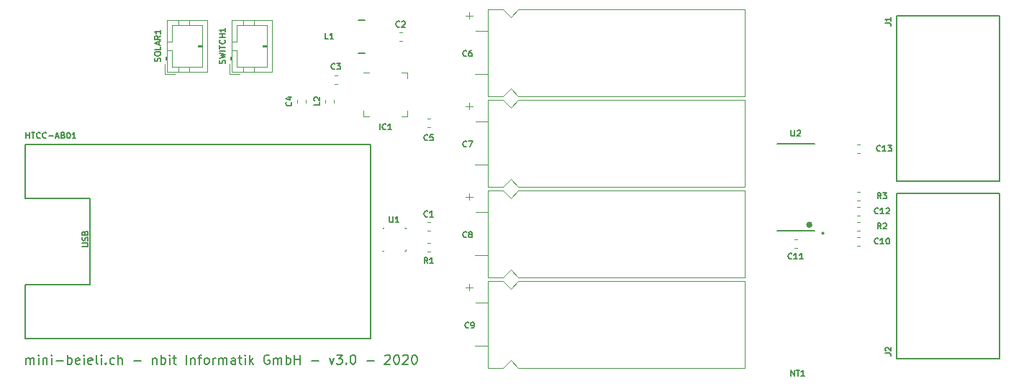
<source format=gto>
%TF.GenerationSoftware,KiCad,Pcbnew,5.1.6-1.fc32*%
%TF.CreationDate,2020-09-04T20:16:30+02:00*%
%TF.ProjectId,mini-beieli-pcb-cubecell,6d696e69-2d62-4656-9965-6c692d706362,rev?*%
%TF.SameCoordinates,Original*%
%TF.FileFunction,Legend,Top*%
%TF.FilePolarity,Positive*%
%FSLAX46Y46*%
G04 Gerber Fmt 4.6, Leading zero omitted, Abs format (unit mm)*
G04 Created by KiCad (PCBNEW 5.1.6-1.fc32) date 2020-09-04 20:16:30*
%MOMM*%
%LPD*%
G01*
G04 APERTURE LIST*
%ADD10C,0.200000*%
%ADD11C,0.127000*%
%ADD12C,0.100000*%
%ADD13C,0.120000*%
%ADD14C,0.300000*%
%ADD15C,0.152400*%
%ADD16C,0.150000*%
G04 APERTURE END LIST*
D10*
X42562952Y-77967619D02*
X42562952Y-77234285D01*
X42562952Y-77339047D02*
X42615333Y-77286666D01*
X42720095Y-77234285D01*
X42877238Y-77234285D01*
X42982000Y-77286666D01*
X43034380Y-77391428D01*
X43034380Y-77967619D01*
X43034380Y-77391428D02*
X43086761Y-77286666D01*
X43191523Y-77234285D01*
X43348666Y-77234285D01*
X43453428Y-77286666D01*
X43505809Y-77391428D01*
X43505809Y-77967619D01*
X44029619Y-77967619D02*
X44029619Y-77234285D01*
X44029619Y-76867619D02*
X43977238Y-76920000D01*
X44029619Y-76972380D01*
X44082000Y-76920000D01*
X44029619Y-76867619D01*
X44029619Y-76972380D01*
X44553428Y-77234285D02*
X44553428Y-77967619D01*
X44553428Y-77339047D02*
X44605809Y-77286666D01*
X44710571Y-77234285D01*
X44867714Y-77234285D01*
X44972476Y-77286666D01*
X45024857Y-77391428D01*
X45024857Y-77967619D01*
X45548666Y-77967619D02*
X45548666Y-77234285D01*
X45548666Y-76867619D02*
X45496285Y-76920000D01*
X45548666Y-76972380D01*
X45601047Y-76920000D01*
X45548666Y-76867619D01*
X45548666Y-76972380D01*
X46072476Y-77548571D02*
X46910571Y-77548571D01*
X47434380Y-77967619D02*
X47434380Y-76867619D01*
X47434380Y-77286666D02*
X47539142Y-77234285D01*
X47748666Y-77234285D01*
X47853428Y-77286666D01*
X47905809Y-77339047D01*
X47958190Y-77443809D01*
X47958190Y-77758095D01*
X47905809Y-77862857D01*
X47853428Y-77915238D01*
X47748666Y-77967619D01*
X47539142Y-77967619D01*
X47434380Y-77915238D01*
X48848666Y-77915238D02*
X48743904Y-77967619D01*
X48534380Y-77967619D01*
X48429619Y-77915238D01*
X48377238Y-77810476D01*
X48377238Y-77391428D01*
X48429619Y-77286666D01*
X48534380Y-77234285D01*
X48743904Y-77234285D01*
X48848666Y-77286666D01*
X48901047Y-77391428D01*
X48901047Y-77496190D01*
X48377238Y-77600952D01*
X49372476Y-77967619D02*
X49372476Y-77234285D01*
X49372476Y-76867619D02*
X49320095Y-76920000D01*
X49372476Y-76972380D01*
X49424857Y-76920000D01*
X49372476Y-76867619D01*
X49372476Y-76972380D01*
X50315333Y-77915238D02*
X50210571Y-77967619D01*
X50001047Y-77967619D01*
X49896285Y-77915238D01*
X49843904Y-77810476D01*
X49843904Y-77391428D01*
X49896285Y-77286666D01*
X50001047Y-77234285D01*
X50210571Y-77234285D01*
X50315333Y-77286666D01*
X50367714Y-77391428D01*
X50367714Y-77496190D01*
X49843904Y-77600952D01*
X50996285Y-77967619D02*
X50891523Y-77915238D01*
X50839142Y-77810476D01*
X50839142Y-76867619D01*
X51415333Y-77967619D02*
X51415333Y-77234285D01*
X51415333Y-76867619D02*
X51362952Y-76920000D01*
X51415333Y-76972380D01*
X51467714Y-76920000D01*
X51415333Y-76867619D01*
X51415333Y-76972380D01*
X51939142Y-77862857D02*
X51991523Y-77915238D01*
X51939142Y-77967619D01*
X51886761Y-77915238D01*
X51939142Y-77862857D01*
X51939142Y-77967619D01*
X52934380Y-77915238D02*
X52829619Y-77967619D01*
X52620095Y-77967619D01*
X52515333Y-77915238D01*
X52462952Y-77862857D01*
X52410571Y-77758095D01*
X52410571Y-77443809D01*
X52462952Y-77339047D01*
X52515333Y-77286666D01*
X52620095Y-77234285D01*
X52829619Y-77234285D01*
X52934380Y-77286666D01*
X53405809Y-77967619D02*
X53405809Y-76867619D01*
X53877238Y-77967619D02*
X53877238Y-77391428D01*
X53824857Y-77286666D01*
X53720095Y-77234285D01*
X53562952Y-77234285D01*
X53458190Y-77286666D01*
X53405809Y-77339047D01*
X55239142Y-77548571D02*
X56077238Y-77548571D01*
X57439142Y-77234285D02*
X57439142Y-77967619D01*
X57439142Y-77339047D02*
X57491523Y-77286666D01*
X57596285Y-77234285D01*
X57753428Y-77234285D01*
X57858190Y-77286666D01*
X57910571Y-77391428D01*
X57910571Y-77967619D01*
X58434380Y-77967619D02*
X58434380Y-76867619D01*
X58434380Y-77286666D02*
X58539142Y-77234285D01*
X58748666Y-77234285D01*
X58853428Y-77286666D01*
X58905809Y-77339047D01*
X58958190Y-77443809D01*
X58958190Y-77758095D01*
X58905809Y-77862857D01*
X58853428Y-77915238D01*
X58748666Y-77967619D01*
X58539142Y-77967619D01*
X58434380Y-77915238D01*
X59429619Y-77967619D02*
X59429619Y-77234285D01*
X59429619Y-76867619D02*
X59377238Y-76920000D01*
X59429619Y-76972380D01*
X59482000Y-76920000D01*
X59429619Y-76867619D01*
X59429619Y-76972380D01*
X59796285Y-77234285D02*
X60215333Y-77234285D01*
X59953428Y-76867619D02*
X59953428Y-77810476D01*
X60005809Y-77915238D01*
X60110571Y-77967619D01*
X60215333Y-77967619D01*
X61420095Y-77967619D02*
X61420095Y-76867619D01*
X61943904Y-77234285D02*
X61943904Y-77967619D01*
X61943904Y-77339047D02*
X61996285Y-77286666D01*
X62101047Y-77234285D01*
X62258190Y-77234285D01*
X62362952Y-77286666D01*
X62415333Y-77391428D01*
X62415333Y-77967619D01*
X62782000Y-77234285D02*
X63201047Y-77234285D01*
X62939142Y-77967619D02*
X62939142Y-77024761D01*
X62991523Y-76920000D01*
X63096285Y-76867619D01*
X63201047Y-76867619D01*
X63724857Y-77967619D02*
X63620095Y-77915238D01*
X63567714Y-77862857D01*
X63515333Y-77758095D01*
X63515333Y-77443809D01*
X63567714Y-77339047D01*
X63620095Y-77286666D01*
X63724857Y-77234285D01*
X63882000Y-77234285D01*
X63986761Y-77286666D01*
X64039142Y-77339047D01*
X64091523Y-77443809D01*
X64091523Y-77758095D01*
X64039142Y-77862857D01*
X63986761Y-77915238D01*
X63882000Y-77967619D01*
X63724857Y-77967619D01*
X64562952Y-77967619D02*
X64562952Y-77234285D01*
X64562952Y-77443809D02*
X64615333Y-77339047D01*
X64667714Y-77286666D01*
X64772476Y-77234285D01*
X64877238Y-77234285D01*
X65243904Y-77967619D02*
X65243904Y-77234285D01*
X65243904Y-77339047D02*
X65296285Y-77286666D01*
X65401047Y-77234285D01*
X65558190Y-77234285D01*
X65662952Y-77286666D01*
X65715333Y-77391428D01*
X65715333Y-77967619D01*
X65715333Y-77391428D02*
X65767714Y-77286666D01*
X65872476Y-77234285D01*
X66029619Y-77234285D01*
X66134380Y-77286666D01*
X66186761Y-77391428D01*
X66186761Y-77967619D01*
X67182000Y-77967619D02*
X67182000Y-77391428D01*
X67129619Y-77286666D01*
X67024857Y-77234285D01*
X66815333Y-77234285D01*
X66710571Y-77286666D01*
X67182000Y-77915238D02*
X67077238Y-77967619D01*
X66815333Y-77967619D01*
X66710571Y-77915238D01*
X66658190Y-77810476D01*
X66658190Y-77705714D01*
X66710571Y-77600952D01*
X66815333Y-77548571D01*
X67077238Y-77548571D01*
X67182000Y-77496190D01*
X67548666Y-77234285D02*
X67967714Y-77234285D01*
X67705809Y-76867619D02*
X67705809Y-77810476D01*
X67758190Y-77915238D01*
X67862952Y-77967619D01*
X67967714Y-77967619D01*
X68334380Y-77967619D02*
X68334380Y-77234285D01*
X68334380Y-76867619D02*
X68282000Y-76920000D01*
X68334380Y-76972380D01*
X68386761Y-76920000D01*
X68334380Y-76867619D01*
X68334380Y-76972380D01*
X68858190Y-77967619D02*
X68858190Y-76867619D01*
X68962952Y-77548571D02*
X69277238Y-77967619D01*
X69277238Y-77234285D02*
X68858190Y-77653333D01*
X71162952Y-76920000D02*
X71058190Y-76867619D01*
X70901047Y-76867619D01*
X70743904Y-76920000D01*
X70639142Y-77024761D01*
X70586761Y-77129523D01*
X70534380Y-77339047D01*
X70534380Y-77496190D01*
X70586761Y-77705714D01*
X70639142Y-77810476D01*
X70743904Y-77915238D01*
X70901047Y-77967619D01*
X71005809Y-77967619D01*
X71162952Y-77915238D01*
X71215333Y-77862857D01*
X71215333Y-77496190D01*
X71005809Y-77496190D01*
X71686761Y-77967619D02*
X71686761Y-77234285D01*
X71686761Y-77339047D02*
X71739142Y-77286666D01*
X71843904Y-77234285D01*
X72001047Y-77234285D01*
X72105809Y-77286666D01*
X72158190Y-77391428D01*
X72158190Y-77967619D01*
X72158190Y-77391428D02*
X72210571Y-77286666D01*
X72315333Y-77234285D01*
X72472476Y-77234285D01*
X72577238Y-77286666D01*
X72629619Y-77391428D01*
X72629619Y-77967619D01*
X73153428Y-77967619D02*
X73153428Y-76867619D01*
X73153428Y-77286666D02*
X73258190Y-77234285D01*
X73467714Y-77234285D01*
X73572476Y-77286666D01*
X73624857Y-77339047D01*
X73677238Y-77443809D01*
X73677238Y-77758095D01*
X73624857Y-77862857D01*
X73572476Y-77915238D01*
X73467714Y-77967619D01*
X73258190Y-77967619D01*
X73153428Y-77915238D01*
X74148666Y-77967619D02*
X74148666Y-76867619D01*
X74148666Y-77391428D02*
X74777238Y-77391428D01*
X74777238Y-77967619D02*
X74777238Y-76867619D01*
X76139142Y-77548571D02*
X76977238Y-77548571D01*
X78234380Y-77234285D02*
X78496285Y-77967619D01*
X78758190Y-77234285D01*
X79072476Y-76867619D02*
X79753428Y-76867619D01*
X79386761Y-77286666D01*
X79543904Y-77286666D01*
X79648666Y-77339047D01*
X79701047Y-77391428D01*
X79753428Y-77496190D01*
X79753428Y-77758095D01*
X79701047Y-77862857D01*
X79648666Y-77915238D01*
X79543904Y-77967619D01*
X79229619Y-77967619D01*
X79124857Y-77915238D01*
X79072476Y-77862857D01*
X80224857Y-77862857D02*
X80277238Y-77915238D01*
X80224857Y-77967619D01*
X80172476Y-77915238D01*
X80224857Y-77862857D01*
X80224857Y-77967619D01*
X80958190Y-76867619D02*
X81062952Y-76867619D01*
X81167714Y-76920000D01*
X81220095Y-76972380D01*
X81272476Y-77077142D01*
X81324857Y-77286666D01*
X81324857Y-77548571D01*
X81272476Y-77758095D01*
X81220095Y-77862857D01*
X81167714Y-77915238D01*
X81062952Y-77967619D01*
X80958190Y-77967619D01*
X80853428Y-77915238D01*
X80801047Y-77862857D01*
X80748666Y-77758095D01*
X80696285Y-77548571D01*
X80696285Y-77286666D01*
X80748666Y-77077142D01*
X80801047Y-76972380D01*
X80853428Y-76920000D01*
X80958190Y-76867619D01*
X82634380Y-77548571D02*
X83472476Y-77548571D01*
X84782000Y-76972380D02*
X84834380Y-76920000D01*
X84939142Y-76867619D01*
X85201047Y-76867619D01*
X85305809Y-76920000D01*
X85358190Y-76972380D01*
X85410571Y-77077142D01*
X85410571Y-77181904D01*
X85358190Y-77339047D01*
X84729619Y-77967619D01*
X85410571Y-77967619D01*
X86091523Y-76867619D02*
X86196285Y-76867619D01*
X86301047Y-76920000D01*
X86353428Y-76972380D01*
X86405809Y-77077142D01*
X86458190Y-77286666D01*
X86458190Y-77548571D01*
X86405809Y-77758095D01*
X86353428Y-77862857D01*
X86301047Y-77915238D01*
X86196285Y-77967619D01*
X86091523Y-77967619D01*
X85986761Y-77915238D01*
X85934380Y-77862857D01*
X85882000Y-77758095D01*
X85829619Y-77548571D01*
X85829619Y-77286666D01*
X85882000Y-77077142D01*
X85934380Y-76972380D01*
X85986761Y-76920000D01*
X86091523Y-76867619D01*
X86877238Y-76972380D02*
X86929619Y-76920000D01*
X87034380Y-76867619D01*
X87296285Y-76867619D01*
X87401047Y-76920000D01*
X87453428Y-76972380D01*
X87505809Y-77077142D01*
X87505809Y-77181904D01*
X87453428Y-77339047D01*
X86824857Y-77967619D01*
X87505809Y-77967619D01*
X88186761Y-76867619D02*
X88291523Y-76867619D01*
X88396285Y-76920000D01*
X88448666Y-76972380D01*
X88501047Y-77077142D01*
X88553428Y-77286666D01*
X88553428Y-77548571D01*
X88501047Y-77758095D01*
X88448666Y-77862857D01*
X88396285Y-77915238D01*
X88291523Y-77967619D01*
X88186761Y-77967619D01*
X88082000Y-77915238D01*
X88029619Y-77862857D01*
X87977238Y-77758095D01*
X87924857Y-77548571D01*
X87924857Y-77286666D01*
X87977238Y-77077142D01*
X88029619Y-76972380D01*
X88082000Y-76920000D01*
X88186761Y-76867619D01*
D11*
%TO.C,HTCC-AB01*%
X83058000Y-74930000D02*
X83058000Y-52070000D01*
X83058000Y-52070000D02*
X42418000Y-52070000D01*
X42418000Y-68580000D02*
X42418000Y-74930000D01*
X42418000Y-58420000D02*
X50038000Y-58420000D01*
X50038000Y-58420000D02*
X50038000Y-68580000D01*
X42418000Y-74930000D02*
X83058000Y-74930000D01*
X50038000Y-68580000D02*
X42418000Y-68580000D01*
X42418000Y-52070000D02*
X42418000Y-58420000D01*
%TO.C,J2*%
X144995000Y-57865000D02*
X157045000Y-57865000D01*
X144995000Y-77365000D02*
X144995000Y-57865000D01*
X157045000Y-77365000D02*
X144995000Y-77365000D01*
X157045000Y-57865000D02*
X157045000Y-77365000D01*
D12*
%TO.C,U1*%
X87212000Y-64596000D02*
X87212000Y-64446000D01*
X87202000Y-64596000D02*
X87052000Y-64596000D01*
X87202000Y-61896000D02*
X87052000Y-61896000D01*
X87202000Y-61896000D02*
X87202000Y-62046000D01*
X84502000Y-62046000D02*
X84502000Y-61896000D01*
X84502000Y-61896000D02*
X84652000Y-61896000D01*
X84652000Y-64596000D02*
X84402000Y-64596000D01*
D13*
%TO.C,R1*%
X89753221Y-63722000D02*
X90078779Y-63722000D01*
X89753221Y-64742000D02*
X90078779Y-64742000D01*
%TO.C,C1*%
X89753221Y-61212000D02*
X90078779Y-61212000D01*
X89753221Y-62232000D02*
X90078779Y-62232000D01*
%TO.C,C9*%
X94280000Y-68906000D02*
X95080000Y-68906000D01*
X94680000Y-68506000D02*
X94680000Y-69306000D01*
X96860000Y-68186000D02*
X96860000Y-78426000D01*
X127100000Y-68186000D02*
X127100000Y-78426000D01*
X96860000Y-68186000D02*
X98660000Y-68186000D01*
X98660000Y-68186000D02*
X99560000Y-69086000D01*
X99560000Y-69086000D02*
X100460000Y-68186000D01*
X100460000Y-68186000D02*
X127100000Y-68186000D01*
X96860000Y-78426000D02*
X98660000Y-78426000D01*
X98660000Y-78426000D02*
X99560000Y-77526000D01*
X99560000Y-77526000D02*
X100460000Y-78426000D01*
X100460000Y-78426000D02*
X127100000Y-78426000D01*
X95420000Y-70766000D02*
X96860000Y-70766000D01*
X95400000Y-75846000D02*
X96840000Y-75846000D01*
%TO.C,C8*%
X94280000Y-58238000D02*
X95080000Y-58238000D01*
X94680000Y-57838000D02*
X94680000Y-58638000D01*
X96860000Y-57518000D02*
X96860000Y-67758000D01*
X127100000Y-57518000D02*
X127100000Y-67758000D01*
X96860000Y-57518000D02*
X98660000Y-57518000D01*
X98660000Y-57518000D02*
X99560000Y-58418000D01*
X99560000Y-58418000D02*
X100460000Y-57518000D01*
X100460000Y-57518000D02*
X127100000Y-57518000D01*
X96860000Y-67758000D02*
X98660000Y-67758000D01*
X98660000Y-67758000D02*
X99560000Y-66858000D01*
X99560000Y-66858000D02*
X100460000Y-67758000D01*
X100460000Y-67758000D02*
X127100000Y-67758000D01*
X95420000Y-60098000D02*
X96860000Y-60098000D01*
X95400000Y-65178000D02*
X96840000Y-65178000D01*
%TO.C,C7*%
X94280000Y-47570000D02*
X95080000Y-47570000D01*
X94680000Y-47170000D02*
X94680000Y-47970000D01*
X96860000Y-46850000D02*
X96860000Y-57090000D01*
X127100000Y-46850000D02*
X127100000Y-57090000D01*
X96860000Y-46850000D02*
X98660000Y-46850000D01*
X98660000Y-46850000D02*
X99560000Y-47750000D01*
X99560000Y-47750000D02*
X100460000Y-46850000D01*
X100460000Y-46850000D02*
X127100000Y-46850000D01*
X96860000Y-57090000D02*
X98660000Y-57090000D01*
X98660000Y-57090000D02*
X99560000Y-56190000D01*
X99560000Y-56190000D02*
X100460000Y-57090000D01*
X100460000Y-57090000D02*
X127100000Y-57090000D01*
X95420000Y-49430000D02*
X96860000Y-49430000D01*
X95400000Y-54510000D02*
X96840000Y-54510000D01*
%TO.C,C6*%
X94280000Y-36902000D02*
X95080000Y-36902000D01*
X94680000Y-36502000D02*
X94680000Y-37302000D01*
X96860000Y-36182000D02*
X96860000Y-46422000D01*
X127100000Y-36182000D02*
X127100000Y-46422000D01*
X96860000Y-36182000D02*
X98660000Y-36182000D01*
X98660000Y-36182000D02*
X99560000Y-37082000D01*
X99560000Y-37082000D02*
X100460000Y-36182000D01*
X100460000Y-36182000D02*
X127100000Y-36182000D01*
X96860000Y-46422000D02*
X98660000Y-46422000D01*
X98660000Y-46422000D02*
X99560000Y-45522000D01*
X99560000Y-45522000D02*
X100460000Y-46422000D01*
X100460000Y-46422000D02*
X127100000Y-46422000D01*
X95420000Y-38762000D02*
X96860000Y-38762000D01*
X95400000Y-43842000D02*
X96840000Y-43842000D01*
%TO.C,L2*%
X77722000Y-47152779D02*
X77722000Y-46827221D01*
X78742000Y-47152779D02*
X78742000Y-46827221D01*
D11*
%TO.C,L1*%
X82442000Y-41320000D02*
X81642000Y-41320000D01*
X82442000Y-37420000D02*
X81642000Y-37420000D01*
D14*
%TO.C,U2*%
X134896000Y-61550000D02*
G75*
G03*
X134896000Y-61550000I-200000J0D01*
G01*
D10*
X136396000Y-62550000D02*
G75*
G03*
X136396000Y-62550000I-100000J0D01*
G01*
X130896000Y-52000000D02*
X135296000Y-52000000D01*
X135296000Y-62300000D02*
X130896000Y-62300000D01*
D13*
%TO.C,SWITCH1*%
X66770000Y-43540000D02*
X71490000Y-43540000D01*
X71490000Y-43540000D02*
X71490000Y-37420000D01*
X71490000Y-37420000D02*
X66770000Y-37420000D01*
X66770000Y-37420000D02*
X66770000Y-43540000D01*
X66770000Y-41780000D02*
X66570000Y-41780000D01*
X66570000Y-41780000D02*
X66570000Y-42080000D01*
X66570000Y-42080000D02*
X66770000Y-42080000D01*
X66670000Y-41780000D02*
X66670000Y-42080000D01*
X66770000Y-40980000D02*
X67380000Y-40980000D01*
X67380000Y-40980000D02*
X67380000Y-42930000D01*
X67380000Y-42930000D02*
X70880000Y-42930000D01*
X70880000Y-42930000D02*
X70880000Y-38030000D01*
X70880000Y-38030000D02*
X67380000Y-38030000D01*
X67380000Y-38030000D02*
X67380000Y-39980000D01*
X67380000Y-39980000D02*
X66770000Y-39980000D01*
X68080000Y-43540000D02*
X68080000Y-42930000D01*
X69380000Y-43540000D02*
X69380000Y-42930000D01*
X68080000Y-37420000D02*
X68080000Y-38030000D01*
X69380000Y-37420000D02*
X69380000Y-38030000D01*
X70880000Y-40580000D02*
X70380000Y-40580000D01*
X70380000Y-40580000D02*
X70380000Y-40380000D01*
X70380000Y-40380000D02*
X70880000Y-40380000D01*
X70880000Y-40480000D02*
X70380000Y-40480000D01*
X66470000Y-42590000D02*
X66470000Y-43840000D01*
X66470000Y-43840000D02*
X67720000Y-43840000D01*
%TO.C,SOLAR1*%
X59150000Y-43540000D02*
X63870000Y-43540000D01*
X63870000Y-43540000D02*
X63870000Y-37420000D01*
X63870000Y-37420000D02*
X59150000Y-37420000D01*
X59150000Y-37420000D02*
X59150000Y-43540000D01*
X59150000Y-41780000D02*
X58950000Y-41780000D01*
X58950000Y-41780000D02*
X58950000Y-42080000D01*
X58950000Y-42080000D02*
X59150000Y-42080000D01*
X59050000Y-41780000D02*
X59050000Y-42080000D01*
X59150000Y-40980000D02*
X59760000Y-40980000D01*
X59760000Y-40980000D02*
X59760000Y-42930000D01*
X59760000Y-42930000D02*
X63260000Y-42930000D01*
X63260000Y-42930000D02*
X63260000Y-38030000D01*
X63260000Y-38030000D02*
X59760000Y-38030000D01*
X59760000Y-38030000D02*
X59760000Y-39980000D01*
X59760000Y-39980000D02*
X59150000Y-39980000D01*
X60460000Y-43540000D02*
X60460000Y-42930000D01*
X61760000Y-43540000D02*
X61760000Y-42930000D01*
X60460000Y-37420000D02*
X60460000Y-38030000D01*
X61760000Y-37420000D02*
X61760000Y-38030000D01*
X63260000Y-40580000D02*
X62760000Y-40580000D01*
X62760000Y-40580000D02*
X62760000Y-40380000D01*
X62760000Y-40380000D02*
X63260000Y-40380000D01*
X63260000Y-40480000D02*
X62760000Y-40480000D01*
X58850000Y-42590000D02*
X58850000Y-43840000D01*
X58850000Y-43840000D02*
X60100000Y-43840000D01*
%TO.C,R3*%
X140299221Y-57656000D02*
X140624779Y-57656000D01*
X140299221Y-58676000D02*
X140624779Y-58676000D01*
%TO.C,R2*%
X140299221Y-61212000D02*
X140624779Y-61212000D01*
X140299221Y-62232000D02*
X140624779Y-62232000D01*
D11*
%TO.C,J1*%
X144995000Y-36910000D02*
X157045000Y-36910000D01*
X144995000Y-56410000D02*
X144995000Y-36910000D01*
X157045000Y-56410000D02*
X144995000Y-56410000D01*
X157045000Y-36910000D02*
X157045000Y-56410000D01*
D13*
%TO.C,IC1*%
X86721000Y-43618000D02*
X87446000Y-43618000D01*
X87446000Y-43618000D02*
X87446000Y-44343000D01*
X82951000Y-48838000D02*
X82226000Y-48838000D01*
X82226000Y-48838000D02*
X82226000Y-48113000D01*
X86721000Y-48838000D02*
X87446000Y-48838000D01*
X87446000Y-48838000D02*
X87446000Y-48113000D01*
X82951000Y-43618000D02*
X82226000Y-43618000D01*
%TO.C,C13*%
X140299221Y-52068000D02*
X140624779Y-52068000D01*
X140299221Y-53088000D02*
X140624779Y-53088000D01*
%TO.C,C12*%
X140299221Y-59434000D02*
X140624779Y-59434000D01*
X140299221Y-60454000D02*
X140624779Y-60454000D01*
%TO.C,C11*%
X132933221Y-63244000D02*
X133258779Y-63244000D01*
X132933221Y-64264000D02*
X133258779Y-64264000D01*
%TO.C,C10*%
X140299221Y-62990000D02*
X140624779Y-62990000D01*
X140299221Y-64010000D02*
X140624779Y-64010000D01*
%TO.C,C5*%
X89753221Y-49020000D02*
X90078779Y-49020000D01*
X89753221Y-50040000D02*
X90078779Y-50040000D01*
%TO.C,C4*%
X74420000Y-47152779D02*
X74420000Y-46827221D01*
X75440000Y-47152779D02*
X75440000Y-46827221D01*
%TO.C,C3*%
X79156779Y-44960000D02*
X78831221Y-44960000D01*
X79156779Y-43940000D02*
X78831221Y-43940000D01*
%TO.C,C2*%
X86451221Y-38860000D02*
X86776779Y-38860000D01*
X86451221Y-39880000D02*
X86776779Y-39880000D01*
%TO.C,HTCC-AB01*%
D11*
X42549333Y-51370666D02*
X42549333Y-50670666D01*
X42549333Y-51004000D02*
X42949333Y-51004000D01*
X42949333Y-51370666D02*
X42949333Y-50670666D01*
X43182666Y-50670666D02*
X43582666Y-50670666D01*
X43382666Y-51370666D02*
X43382666Y-50670666D01*
X44216000Y-51304000D02*
X44182666Y-51337333D01*
X44082666Y-51370666D01*
X44016000Y-51370666D01*
X43916000Y-51337333D01*
X43849333Y-51270666D01*
X43816000Y-51204000D01*
X43782666Y-51070666D01*
X43782666Y-50970666D01*
X43816000Y-50837333D01*
X43849333Y-50770666D01*
X43916000Y-50704000D01*
X44016000Y-50670666D01*
X44082666Y-50670666D01*
X44182666Y-50704000D01*
X44216000Y-50737333D01*
X44916000Y-51304000D02*
X44882666Y-51337333D01*
X44782666Y-51370666D01*
X44716000Y-51370666D01*
X44616000Y-51337333D01*
X44549333Y-51270666D01*
X44516000Y-51204000D01*
X44482666Y-51070666D01*
X44482666Y-50970666D01*
X44516000Y-50837333D01*
X44549333Y-50770666D01*
X44616000Y-50704000D01*
X44716000Y-50670666D01*
X44782666Y-50670666D01*
X44882666Y-50704000D01*
X44916000Y-50737333D01*
X45216000Y-51104000D02*
X45749333Y-51104000D01*
X46049333Y-51170666D02*
X46382666Y-51170666D01*
X45982666Y-51370666D02*
X46216000Y-50670666D01*
X46449333Y-51370666D01*
X46916000Y-51004000D02*
X47016000Y-51037333D01*
X47049333Y-51070666D01*
X47082666Y-51137333D01*
X47082666Y-51237333D01*
X47049333Y-51304000D01*
X47016000Y-51337333D01*
X46949333Y-51370666D01*
X46682666Y-51370666D01*
X46682666Y-50670666D01*
X46916000Y-50670666D01*
X46982666Y-50704000D01*
X47016000Y-50737333D01*
X47049333Y-50804000D01*
X47049333Y-50870666D01*
X47016000Y-50937333D01*
X46982666Y-50970666D01*
X46916000Y-51004000D01*
X46682666Y-51004000D01*
X47516000Y-50670666D02*
X47582666Y-50670666D01*
X47649333Y-50704000D01*
X47682666Y-50737333D01*
X47716000Y-50804000D01*
X47749333Y-50937333D01*
X47749333Y-51104000D01*
X47716000Y-51237333D01*
X47682666Y-51304000D01*
X47649333Y-51337333D01*
X47582666Y-51370666D01*
X47516000Y-51370666D01*
X47449333Y-51337333D01*
X47416000Y-51304000D01*
X47382666Y-51237333D01*
X47349333Y-51104000D01*
X47349333Y-50937333D01*
X47382666Y-50804000D01*
X47416000Y-50737333D01*
X47449333Y-50704000D01*
X47516000Y-50670666D01*
X48416000Y-51370666D02*
X48016000Y-51370666D01*
X48216000Y-51370666D02*
X48216000Y-50670666D01*
X48149333Y-50770666D01*
X48082666Y-50837333D01*
X48016000Y-50870666D01*
D15*
X49146666Y-64129333D02*
X49713333Y-64129333D01*
X49780000Y-64096000D01*
X49813333Y-64062666D01*
X49846666Y-63996000D01*
X49846666Y-63862666D01*
X49813333Y-63796000D01*
X49780000Y-63762666D01*
X49713333Y-63729333D01*
X49146666Y-63729333D01*
X49813333Y-63429333D02*
X49846666Y-63329333D01*
X49846666Y-63162666D01*
X49813333Y-63096000D01*
X49780000Y-63062666D01*
X49713333Y-63029333D01*
X49646666Y-63029333D01*
X49580000Y-63062666D01*
X49546666Y-63096000D01*
X49513333Y-63162666D01*
X49480000Y-63296000D01*
X49446666Y-63362666D01*
X49413333Y-63396000D01*
X49346666Y-63429333D01*
X49280000Y-63429333D01*
X49213333Y-63396000D01*
X49180000Y-63362666D01*
X49146666Y-63296000D01*
X49146666Y-63129333D01*
X49180000Y-63029333D01*
X49480000Y-62496000D02*
X49513333Y-62396000D01*
X49546666Y-62362666D01*
X49613333Y-62329333D01*
X49713333Y-62329333D01*
X49780000Y-62362666D01*
X49813333Y-62396000D01*
X49846666Y-62462666D01*
X49846666Y-62729333D01*
X49146666Y-62729333D01*
X49146666Y-62496000D01*
X49180000Y-62429333D01*
X49213333Y-62396000D01*
X49280000Y-62362666D01*
X49346666Y-62362666D01*
X49413333Y-62396000D01*
X49446666Y-62429333D01*
X49480000Y-62496000D01*
X49480000Y-62729333D01*
%TO.C,J2*%
D16*
X143634666Y-76687333D02*
X144134666Y-76687333D01*
X144234666Y-76720666D01*
X144301333Y-76787333D01*
X144334666Y-76887333D01*
X144334666Y-76954000D01*
X143701333Y-76387333D02*
X143668000Y-76354000D01*
X143634666Y-76287333D01*
X143634666Y-76120666D01*
X143668000Y-76054000D01*
X143701333Y-76020666D01*
X143768000Y-75987333D01*
X143834666Y-75987333D01*
X143934666Y-76020666D01*
X144334666Y-76420666D01*
X144334666Y-75987333D01*
%TO.C,U1*%
X85318666Y-60576666D02*
X85318666Y-61143333D01*
X85352000Y-61210000D01*
X85385333Y-61243333D01*
X85452000Y-61276666D01*
X85585333Y-61276666D01*
X85652000Y-61243333D01*
X85685333Y-61210000D01*
X85718666Y-61143333D01*
X85718666Y-60576666D01*
X86418666Y-61276666D02*
X86018666Y-61276666D01*
X86218666Y-61276666D02*
X86218666Y-60576666D01*
X86152000Y-60676666D01*
X86085333Y-60743333D01*
X86018666Y-60776666D01*
%TO.C,R1*%
X89799333Y-66102666D02*
X89566000Y-65769333D01*
X89399333Y-66102666D02*
X89399333Y-65402666D01*
X89666000Y-65402666D01*
X89732666Y-65436000D01*
X89766000Y-65469333D01*
X89799333Y-65536000D01*
X89799333Y-65636000D01*
X89766000Y-65702666D01*
X89732666Y-65736000D01*
X89666000Y-65769333D01*
X89399333Y-65769333D01*
X90466000Y-66102666D02*
X90066000Y-66102666D01*
X90266000Y-66102666D02*
X90266000Y-65402666D01*
X90199333Y-65502666D01*
X90132666Y-65569333D01*
X90066000Y-65602666D01*
%TO.C,C1*%
X89799333Y-60542000D02*
X89766000Y-60575333D01*
X89666000Y-60608666D01*
X89599333Y-60608666D01*
X89499333Y-60575333D01*
X89432666Y-60508666D01*
X89399333Y-60442000D01*
X89366000Y-60308666D01*
X89366000Y-60208666D01*
X89399333Y-60075333D01*
X89432666Y-60008666D01*
X89499333Y-59942000D01*
X89599333Y-59908666D01*
X89666000Y-59908666D01*
X89766000Y-59942000D01*
X89799333Y-59975333D01*
X90466000Y-60608666D02*
X90066000Y-60608666D01*
X90266000Y-60608666D02*
X90266000Y-59908666D01*
X90199333Y-60008666D01*
X90132666Y-60075333D01*
X90066000Y-60108666D01*
%TO.C,C9*%
X94625333Y-73656000D02*
X94592000Y-73689333D01*
X94492000Y-73722666D01*
X94425333Y-73722666D01*
X94325333Y-73689333D01*
X94258666Y-73622666D01*
X94225333Y-73556000D01*
X94192000Y-73422666D01*
X94192000Y-73322666D01*
X94225333Y-73189333D01*
X94258666Y-73122666D01*
X94325333Y-73056000D01*
X94425333Y-73022666D01*
X94492000Y-73022666D01*
X94592000Y-73056000D01*
X94625333Y-73089333D01*
X94958666Y-73722666D02*
X95092000Y-73722666D01*
X95158666Y-73689333D01*
X95192000Y-73656000D01*
X95258666Y-73556000D01*
X95292000Y-73422666D01*
X95292000Y-73156000D01*
X95258666Y-73089333D01*
X95225333Y-73056000D01*
X95158666Y-73022666D01*
X95025333Y-73022666D01*
X94958666Y-73056000D01*
X94925333Y-73089333D01*
X94892000Y-73156000D01*
X94892000Y-73322666D01*
X94925333Y-73389333D01*
X94958666Y-73422666D01*
X95025333Y-73456000D01*
X95158666Y-73456000D01*
X95225333Y-73422666D01*
X95258666Y-73389333D01*
X95292000Y-73322666D01*
%TO.C,C8*%
X94371333Y-62988000D02*
X94338000Y-63021333D01*
X94238000Y-63054666D01*
X94171333Y-63054666D01*
X94071333Y-63021333D01*
X94004666Y-62954666D01*
X93971333Y-62888000D01*
X93938000Y-62754666D01*
X93938000Y-62654666D01*
X93971333Y-62521333D01*
X94004666Y-62454666D01*
X94071333Y-62388000D01*
X94171333Y-62354666D01*
X94238000Y-62354666D01*
X94338000Y-62388000D01*
X94371333Y-62421333D01*
X94771333Y-62654666D02*
X94704666Y-62621333D01*
X94671333Y-62588000D01*
X94638000Y-62521333D01*
X94638000Y-62488000D01*
X94671333Y-62421333D01*
X94704666Y-62388000D01*
X94771333Y-62354666D01*
X94904666Y-62354666D01*
X94971333Y-62388000D01*
X95004666Y-62421333D01*
X95038000Y-62488000D01*
X95038000Y-62521333D01*
X95004666Y-62588000D01*
X94971333Y-62621333D01*
X94904666Y-62654666D01*
X94771333Y-62654666D01*
X94704666Y-62688000D01*
X94671333Y-62721333D01*
X94638000Y-62788000D01*
X94638000Y-62921333D01*
X94671333Y-62988000D01*
X94704666Y-63021333D01*
X94771333Y-63054666D01*
X94904666Y-63054666D01*
X94971333Y-63021333D01*
X95004666Y-62988000D01*
X95038000Y-62921333D01*
X95038000Y-62788000D01*
X95004666Y-62721333D01*
X94971333Y-62688000D01*
X94904666Y-62654666D01*
%TO.C,C7*%
X94371333Y-52320000D02*
X94338000Y-52353333D01*
X94238000Y-52386666D01*
X94171333Y-52386666D01*
X94071333Y-52353333D01*
X94004666Y-52286666D01*
X93971333Y-52220000D01*
X93938000Y-52086666D01*
X93938000Y-51986666D01*
X93971333Y-51853333D01*
X94004666Y-51786666D01*
X94071333Y-51720000D01*
X94171333Y-51686666D01*
X94238000Y-51686666D01*
X94338000Y-51720000D01*
X94371333Y-51753333D01*
X94604666Y-51686666D02*
X95071333Y-51686666D01*
X94771333Y-52386666D01*
%TO.C,C6*%
X94371333Y-41652000D02*
X94338000Y-41685333D01*
X94238000Y-41718666D01*
X94171333Y-41718666D01*
X94071333Y-41685333D01*
X94004666Y-41618666D01*
X93971333Y-41552000D01*
X93938000Y-41418666D01*
X93938000Y-41318666D01*
X93971333Y-41185333D01*
X94004666Y-41118666D01*
X94071333Y-41052000D01*
X94171333Y-41018666D01*
X94238000Y-41018666D01*
X94338000Y-41052000D01*
X94371333Y-41085333D01*
X94971333Y-41018666D02*
X94838000Y-41018666D01*
X94771333Y-41052000D01*
X94738000Y-41085333D01*
X94671333Y-41185333D01*
X94638000Y-41318666D01*
X94638000Y-41585333D01*
X94671333Y-41652000D01*
X94704666Y-41685333D01*
X94771333Y-41718666D01*
X94904666Y-41718666D01*
X94971333Y-41685333D01*
X95004666Y-41652000D01*
X95038000Y-41585333D01*
X95038000Y-41418666D01*
X95004666Y-41352000D01*
X94971333Y-41318666D01*
X94904666Y-41285333D01*
X94771333Y-41285333D01*
X94704666Y-41318666D01*
X94671333Y-41352000D01*
X94638000Y-41418666D01*
%TO.C,L2*%
X77118666Y-47106666D02*
X77118666Y-47440000D01*
X76418666Y-47440000D01*
X76485333Y-46906666D02*
X76452000Y-46873333D01*
X76418666Y-46806666D01*
X76418666Y-46640000D01*
X76452000Y-46573333D01*
X76485333Y-46540000D01*
X76552000Y-46506666D01*
X76618666Y-46506666D01*
X76718666Y-46540000D01*
X77118666Y-46940000D01*
X77118666Y-46506666D01*
%TO.C,L1*%
X78115333Y-39686666D02*
X77782000Y-39686666D01*
X77782000Y-38986666D01*
X78715333Y-39686666D02*
X78315333Y-39686666D01*
X78515333Y-39686666D02*
X78515333Y-38986666D01*
X78448666Y-39086666D01*
X78382000Y-39153333D01*
X78315333Y-39186666D01*
%TO.C,U2*%
X132562666Y-50416666D02*
X132562666Y-50983333D01*
X132596000Y-51050000D01*
X132629333Y-51083333D01*
X132696000Y-51116666D01*
X132829333Y-51116666D01*
X132896000Y-51083333D01*
X132929333Y-51050000D01*
X132962666Y-50983333D01*
X132962666Y-50416666D01*
X133262666Y-50483333D02*
X133296000Y-50450000D01*
X133362666Y-50416666D01*
X133529333Y-50416666D01*
X133596000Y-50450000D01*
X133629333Y-50483333D01*
X133662666Y-50550000D01*
X133662666Y-50616666D01*
X133629333Y-50716666D01*
X133229333Y-51116666D01*
X133662666Y-51116666D01*
%TO.C,SWITCH1*%
X65963333Y-42563333D02*
X65996666Y-42463333D01*
X65996666Y-42296666D01*
X65963333Y-42230000D01*
X65930000Y-42196666D01*
X65863333Y-42163333D01*
X65796666Y-42163333D01*
X65730000Y-42196666D01*
X65696666Y-42230000D01*
X65663333Y-42296666D01*
X65630000Y-42430000D01*
X65596666Y-42496666D01*
X65563333Y-42530000D01*
X65496666Y-42563333D01*
X65430000Y-42563333D01*
X65363333Y-42530000D01*
X65330000Y-42496666D01*
X65296666Y-42430000D01*
X65296666Y-42263333D01*
X65330000Y-42163333D01*
X65296666Y-41930000D02*
X65996666Y-41763333D01*
X65496666Y-41630000D01*
X65996666Y-41496666D01*
X65296666Y-41330000D01*
X65996666Y-41063333D02*
X65296666Y-41063333D01*
X65296666Y-40830000D02*
X65296666Y-40430000D01*
X65996666Y-40630000D02*
X65296666Y-40630000D01*
X65930000Y-39796666D02*
X65963333Y-39830000D01*
X65996666Y-39930000D01*
X65996666Y-39996666D01*
X65963333Y-40096666D01*
X65896666Y-40163333D01*
X65830000Y-40196666D01*
X65696666Y-40230000D01*
X65596666Y-40230000D01*
X65463333Y-40196666D01*
X65396666Y-40163333D01*
X65330000Y-40096666D01*
X65296666Y-39996666D01*
X65296666Y-39930000D01*
X65330000Y-39830000D01*
X65363333Y-39796666D01*
X65996666Y-39496666D02*
X65296666Y-39496666D01*
X65630000Y-39496666D02*
X65630000Y-39096666D01*
X65996666Y-39096666D02*
X65296666Y-39096666D01*
X65996666Y-38396666D02*
X65996666Y-38796666D01*
X65996666Y-38596666D02*
X65296666Y-38596666D01*
X65396666Y-38663333D01*
X65463333Y-38730000D01*
X65496666Y-38796666D01*
%TO.C,SOLAR1*%
X58343333Y-42313333D02*
X58376666Y-42213333D01*
X58376666Y-42046666D01*
X58343333Y-41980000D01*
X58310000Y-41946666D01*
X58243333Y-41913333D01*
X58176666Y-41913333D01*
X58110000Y-41946666D01*
X58076666Y-41980000D01*
X58043333Y-42046666D01*
X58010000Y-42180000D01*
X57976666Y-42246666D01*
X57943333Y-42280000D01*
X57876666Y-42313333D01*
X57810000Y-42313333D01*
X57743333Y-42280000D01*
X57710000Y-42246666D01*
X57676666Y-42180000D01*
X57676666Y-42013333D01*
X57710000Y-41913333D01*
X57676666Y-41480000D02*
X57676666Y-41346666D01*
X57710000Y-41280000D01*
X57776666Y-41213333D01*
X57910000Y-41180000D01*
X58143333Y-41180000D01*
X58276666Y-41213333D01*
X58343333Y-41280000D01*
X58376666Y-41346666D01*
X58376666Y-41480000D01*
X58343333Y-41546666D01*
X58276666Y-41613333D01*
X58143333Y-41646666D01*
X57910000Y-41646666D01*
X57776666Y-41613333D01*
X57710000Y-41546666D01*
X57676666Y-41480000D01*
X58376666Y-40546666D02*
X58376666Y-40880000D01*
X57676666Y-40880000D01*
X58176666Y-40346666D02*
X58176666Y-40013333D01*
X58376666Y-40413333D02*
X57676666Y-40180000D01*
X58376666Y-39946666D01*
X58376666Y-39313333D02*
X58043333Y-39546666D01*
X58376666Y-39713333D02*
X57676666Y-39713333D01*
X57676666Y-39446666D01*
X57710000Y-39380000D01*
X57743333Y-39346666D01*
X57810000Y-39313333D01*
X57910000Y-39313333D01*
X57976666Y-39346666D01*
X58010000Y-39380000D01*
X58043333Y-39446666D01*
X58043333Y-39713333D01*
X58376666Y-38646666D02*
X58376666Y-39046666D01*
X58376666Y-38846666D02*
X57676666Y-38846666D01*
X57776666Y-38913333D01*
X57843333Y-38980000D01*
X57876666Y-39046666D01*
%TO.C,R3*%
X143139333Y-58482666D02*
X142906000Y-58149333D01*
X142739333Y-58482666D02*
X142739333Y-57782666D01*
X143006000Y-57782666D01*
X143072666Y-57816000D01*
X143106000Y-57849333D01*
X143139333Y-57916000D01*
X143139333Y-58016000D01*
X143106000Y-58082666D01*
X143072666Y-58116000D01*
X143006000Y-58149333D01*
X142739333Y-58149333D01*
X143372666Y-57782666D02*
X143806000Y-57782666D01*
X143572666Y-58049333D01*
X143672666Y-58049333D01*
X143739333Y-58082666D01*
X143772666Y-58116000D01*
X143806000Y-58182666D01*
X143806000Y-58349333D01*
X143772666Y-58416000D01*
X143739333Y-58449333D01*
X143672666Y-58482666D01*
X143472666Y-58482666D01*
X143406000Y-58449333D01*
X143372666Y-58416000D01*
%TO.C,R2*%
X143139333Y-62038666D02*
X142906000Y-61705333D01*
X142739333Y-62038666D02*
X142739333Y-61338666D01*
X143006000Y-61338666D01*
X143072666Y-61372000D01*
X143106000Y-61405333D01*
X143139333Y-61472000D01*
X143139333Y-61572000D01*
X143106000Y-61638666D01*
X143072666Y-61672000D01*
X143006000Y-61705333D01*
X142739333Y-61705333D01*
X143406000Y-61405333D02*
X143439333Y-61372000D01*
X143506000Y-61338666D01*
X143672666Y-61338666D01*
X143739333Y-61372000D01*
X143772666Y-61405333D01*
X143806000Y-61472000D01*
X143806000Y-61538666D01*
X143772666Y-61638666D01*
X143372666Y-62038666D01*
X143806000Y-62038666D01*
%TO.C,NT1*%
X132520000Y-79386666D02*
X132520000Y-78686666D01*
X132920000Y-79386666D01*
X132920000Y-78686666D01*
X133153333Y-78686666D02*
X133553333Y-78686666D01*
X133353333Y-79386666D02*
X133353333Y-78686666D01*
X134153333Y-79386666D02*
X133753333Y-79386666D01*
X133953333Y-79386666D02*
X133953333Y-78686666D01*
X133886666Y-78786666D01*
X133820000Y-78853333D01*
X133753333Y-78886666D01*
%TO.C,J1*%
X143634666Y-37825333D02*
X144134666Y-37825333D01*
X144234666Y-37858666D01*
X144301333Y-37925333D01*
X144334666Y-38025333D01*
X144334666Y-38092000D01*
X144334666Y-37125333D02*
X144334666Y-37525333D01*
X144334666Y-37325333D02*
X143634666Y-37325333D01*
X143734666Y-37392000D01*
X143801333Y-37458666D01*
X143834666Y-37525333D01*
%TO.C,IC1*%
X84152666Y-50354666D02*
X84152666Y-49654666D01*
X84886000Y-50288000D02*
X84852666Y-50321333D01*
X84752666Y-50354666D01*
X84686000Y-50354666D01*
X84586000Y-50321333D01*
X84519333Y-50254666D01*
X84486000Y-50188000D01*
X84452666Y-50054666D01*
X84452666Y-49954666D01*
X84486000Y-49821333D01*
X84519333Y-49754666D01*
X84586000Y-49688000D01*
X84686000Y-49654666D01*
X84752666Y-49654666D01*
X84852666Y-49688000D01*
X84886000Y-49721333D01*
X85552666Y-50354666D02*
X85152666Y-50354666D01*
X85352666Y-50354666D02*
X85352666Y-49654666D01*
X85286000Y-49754666D01*
X85219333Y-49821333D01*
X85152666Y-49854666D01*
%TO.C,C13*%
X143060000Y-52828000D02*
X143026666Y-52861333D01*
X142926666Y-52894666D01*
X142860000Y-52894666D01*
X142760000Y-52861333D01*
X142693333Y-52794666D01*
X142660000Y-52728000D01*
X142626666Y-52594666D01*
X142626666Y-52494666D01*
X142660000Y-52361333D01*
X142693333Y-52294666D01*
X142760000Y-52228000D01*
X142860000Y-52194666D01*
X142926666Y-52194666D01*
X143026666Y-52228000D01*
X143060000Y-52261333D01*
X143726666Y-52894666D02*
X143326666Y-52894666D01*
X143526666Y-52894666D02*
X143526666Y-52194666D01*
X143460000Y-52294666D01*
X143393333Y-52361333D01*
X143326666Y-52394666D01*
X143960000Y-52194666D02*
X144393333Y-52194666D01*
X144160000Y-52461333D01*
X144260000Y-52461333D01*
X144326666Y-52494666D01*
X144360000Y-52528000D01*
X144393333Y-52594666D01*
X144393333Y-52761333D01*
X144360000Y-52828000D01*
X144326666Y-52861333D01*
X144260000Y-52894666D01*
X144060000Y-52894666D01*
X143993333Y-52861333D01*
X143960000Y-52828000D01*
%TO.C,C12*%
X142806000Y-60194000D02*
X142772666Y-60227333D01*
X142672666Y-60260666D01*
X142606000Y-60260666D01*
X142506000Y-60227333D01*
X142439333Y-60160666D01*
X142406000Y-60094000D01*
X142372666Y-59960666D01*
X142372666Y-59860666D01*
X142406000Y-59727333D01*
X142439333Y-59660666D01*
X142506000Y-59594000D01*
X142606000Y-59560666D01*
X142672666Y-59560666D01*
X142772666Y-59594000D01*
X142806000Y-59627333D01*
X143472666Y-60260666D02*
X143072666Y-60260666D01*
X143272666Y-60260666D02*
X143272666Y-59560666D01*
X143206000Y-59660666D01*
X143139333Y-59727333D01*
X143072666Y-59760666D01*
X143739333Y-59627333D02*
X143772666Y-59594000D01*
X143839333Y-59560666D01*
X144006000Y-59560666D01*
X144072666Y-59594000D01*
X144106000Y-59627333D01*
X144139333Y-59694000D01*
X144139333Y-59760666D01*
X144106000Y-59860666D01*
X143706000Y-60260666D01*
X144139333Y-60260666D01*
%TO.C,C11*%
X132646000Y-65528000D02*
X132612666Y-65561333D01*
X132512666Y-65594666D01*
X132446000Y-65594666D01*
X132346000Y-65561333D01*
X132279333Y-65494666D01*
X132246000Y-65428000D01*
X132212666Y-65294666D01*
X132212666Y-65194666D01*
X132246000Y-65061333D01*
X132279333Y-64994666D01*
X132346000Y-64928000D01*
X132446000Y-64894666D01*
X132512666Y-64894666D01*
X132612666Y-64928000D01*
X132646000Y-64961333D01*
X133312666Y-65594666D02*
X132912666Y-65594666D01*
X133112666Y-65594666D02*
X133112666Y-64894666D01*
X133046000Y-64994666D01*
X132979333Y-65061333D01*
X132912666Y-65094666D01*
X133979333Y-65594666D02*
X133579333Y-65594666D01*
X133779333Y-65594666D02*
X133779333Y-64894666D01*
X133712666Y-64994666D01*
X133646000Y-65061333D01*
X133579333Y-65094666D01*
%TO.C,C10*%
X142806000Y-63750000D02*
X142772666Y-63783333D01*
X142672666Y-63816666D01*
X142606000Y-63816666D01*
X142506000Y-63783333D01*
X142439333Y-63716666D01*
X142406000Y-63650000D01*
X142372666Y-63516666D01*
X142372666Y-63416666D01*
X142406000Y-63283333D01*
X142439333Y-63216666D01*
X142506000Y-63150000D01*
X142606000Y-63116666D01*
X142672666Y-63116666D01*
X142772666Y-63150000D01*
X142806000Y-63183333D01*
X143472666Y-63816666D02*
X143072666Y-63816666D01*
X143272666Y-63816666D02*
X143272666Y-63116666D01*
X143206000Y-63216666D01*
X143139333Y-63283333D01*
X143072666Y-63316666D01*
X143906000Y-63116666D02*
X143972666Y-63116666D01*
X144039333Y-63150000D01*
X144072666Y-63183333D01*
X144106000Y-63250000D01*
X144139333Y-63383333D01*
X144139333Y-63550000D01*
X144106000Y-63683333D01*
X144072666Y-63750000D01*
X144039333Y-63783333D01*
X143972666Y-63816666D01*
X143906000Y-63816666D01*
X143839333Y-63783333D01*
X143806000Y-63750000D01*
X143772666Y-63683333D01*
X143739333Y-63550000D01*
X143739333Y-63383333D01*
X143772666Y-63250000D01*
X143806000Y-63183333D01*
X143839333Y-63150000D01*
X143906000Y-63116666D01*
%TO.C,C5*%
X89799333Y-51558000D02*
X89766000Y-51591333D01*
X89666000Y-51624666D01*
X89599333Y-51624666D01*
X89499333Y-51591333D01*
X89432666Y-51524666D01*
X89399333Y-51458000D01*
X89366000Y-51324666D01*
X89366000Y-51224666D01*
X89399333Y-51091333D01*
X89432666Y-51024666D01*
X89499333Y-50958000D01*
X89599333Y-50924666D01*
X89666000Y-50924666D01*
X89766000Y-50958000D01*
X89799333Y-50991333D01*
X90432666Y-50924666D02*
X90099333Y-50924666D01*
X90066000Y-51258000D01*
X90099333Y-51224666D01*
X90166000Y-51191333D01*
X90332666Y-51191333D01*
X90399333Y-51224666D01*
X90432666Y-51258000D01*
X90466000Y-51324666D01*
X90466000Y-51491333D01*
X90432666Y-51558000D01*
X90399333Y-51591333D01*
X90332666Y-51624666D01*
X90166000Y-51624666D01*
X90099333Y-51591333D01*
X90066000Y-51558000D01*
%TO.C,C4*%
X73750000Y-47106666D02*
X73783333Y-47140000D01*
X73816666Y-47240000D01*
X73816666Y-47306666D01*
X73783333Y-47406666D01*
X73716666Y-47473333D01*
X73650000Y-47506666D01*
X73516666Y-47540000D01*
X73416666Y-47540000D01*
X73283333Y-47506666D01*
X73216666Y-47473333D01*
X73150000Y-47406666D01*
X73116666Y-47306666D01*
X73116666Y-47240000D01*
X73150000Y-47140000D01*
X73183333Y-47106666D01*
X73350000Y-46506666D02*
X73816666Y-46506666D01*
X73083333Y-46673333D02*
X73583333Y-46840000D01*
X73583333Y-46406666D01*
%TO.C,C3*%
X78877333Y-43176000D02*
X78844000Y-43209333D01*
X78744000Y-43242666D01*
X78677333Y-43242666D01*
X78577333Y-43209333D01*
X78510666Y-43142666D01*
X78477333Y-43076000D01*
X78444000Y-42942666D01*
X78444000Y-42842666D01*
X78477333Y-42709333D01*
X78510666Y-42642666D01*
X78577333Y-42576000D01*
X78677333Y-42542666D01*
X78744000Y-42542666D01*
X78844000Y-42576000D01*
X78877333Y-42609333D01*
X79110666Y-42542666D02*
X79544000Y-42542666D01*
X79310666Y-42809333D01*
X79410666Y-42809333D01*
X79477333Y-42842666D01*
X79510666Y-42876000D01*
X79544000Y-42942666D01*
X79544000Y-43109333D01*
X79510666Y-43176000D01*
X79477333Y-43209333D01*
X79410666Y-43242666D01*
X79210666Y-43242666D01*
X79144000Y-43209333D01*
X79110666Y-43176000D01*
%TO.C,C2*%
X86497333Y-38190000D02*
X86464000Y-38223333D01*
X86364000Y-38256666D01*
X86297333Y-38256666D01*
X86197333Y-38223333D01*
X86130666Y-38156666D01*
X86097333Y-38090000D01*
X86064000Y-37956666D01*
X86064000Y-37856666D01*
X86097333Y-37723333D01*
X86130666Y-37656666D01*
X86197333Y-37590000D01*
X86297333Y-37556666D01*
X86364000Y-37556666D01*
X86464000Y-37590000D01*
X86497333Y-37623333D01*
X86764000Y-37623333D02*
X86797333Y-37590000D01*
X86864000Y-37556666D01*
X87030666Y-37556666D01*
X87097333Y-37590000D01*
X87130666Y-37623333D01*
X87164000Y-37690000D01*
X87164000Y-37756666D01*
X87130666Y-37856666D01*
X86730666Y-38256666D01*
X87164000Y-38256666D01*
%TD*%
M02*

</source>
